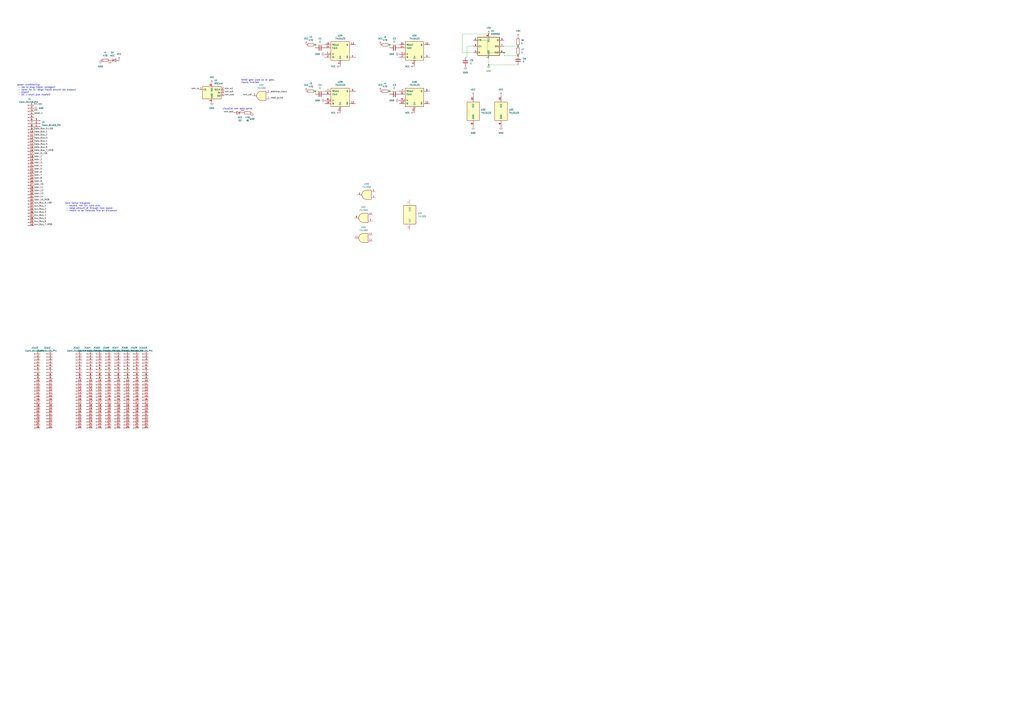
<source format=kicad_sch>
(kicad_sch (version 20230121) (generator eeschema)
  (paper "A1")
  (lib_symbols
    (symbol "74xx:74LS00" (pin_names (offset 1.016))
      (property "Reference" "U" (at 0 1.27 0))
      (property "Value" "74LS00" (at 0 -1.27 0))
      (symbol "74LS00_1_1"
        (arc (start 0 -3.81) (mid 3.7934 0) (end 0 3.81) (stroke (width 0.254)) (fill (type background)))
        (polyline (pts (xy 0 3.81) (xy -3.81 3.81) (xy -3.81 -3.81) (xy 0 -3.81)) (stroke (width 0.254)) (fill (type background)))
        (pin input line (at -7.62 2.54 0) (length 3.81) (name "~") (number "1"))
        (pin input line (at -7.62 -2.54 0) (length 3.81) (name "~") (number "2"))
        (pin output inverted (at 7.62 0 180) (length 3.81) (name "~") (number "3"))
      )
      (symbol "74LS00_1_2"
        (arc (start -3.81 -3.81) (mid -2.589 0) (end -3.81 3.81) (stroke (width 0.254)))
        (arc (start -0.6096 -3.81) (mid 2.1842 -2.5851) (end 3.81 0) (stroke (width 0.254)) (fill (type background)))
        (polyline (pts (xy -3.81 -3.81) (xy -0.635 -3.81)) (stroke (width 0.254)) (fill (type background)))
        (polyline (pts (xy -3.81 3.81) (xy -0.635 3.81)) (stroke (width 0.254)) (fill (type background)))
        (polyline (pts (xy -0.635 3.81) (xy -3.81 3.81) (xy -3.81 3.81) (xy -3.556 3.4036) (xy -3.0226 2.2606) (xy -2.6924 1.0414) (xy -2.6162 -0.254) (xy -2.7686 -1.4986) (xy -3.175 -2.7178) (xy -3.81 -3.81) (xy -3.81 -3.81) (xy -0.635 -3.81)) (stroke (width -25.4)) (fill (type background)))
        (arc (start 3.81 0) (mid 2.1915 2.5936) (end -0.6096 3.81) (stroke (width 0.254)) (fill (type background)))
        (pin input inverted (at -7.62 2.54 0) (length 4.318) (name "~") (number "1"))
        (pin input inverted (at -7.62 -2.54 0) (length 4.318) (name "~") (number "2"))
        (pin output line (at 7.62 0 180) (length 3.81) (name "~") (number "3"))
      )
      (symbol "74LS00_2_1"
        (arc (start 0 -3.81) (mid 3.7934 0) (end 0 3.81) (stroke (width 0.254)) (fill (type background)))
        (polyline (pts (xy 0 3.81) (xy -3.81 3.81) (xy -3.81 -3.81) (xy 0 -3.81)) (stroke (width 0.254)) (fill (type background)))
        (pin input line (at -7.62 2.54 0) (length 3.81) (name "~") (number "4"))
        (pin input line (at -7.62 -2.54 0) (length 3.81) (name "~") (number "5"))
        (pin output inverted (at 7.62 0 180) (length 3.81) (name "~") (number "6"))
      )
      (symbol "74LS00_2_2"
        (arc (start -3.81 -3.81) (mid -2.589 0) (end -3.81 3.81) (stroke (width 0.254)))
        (arc (start -0.6096 -3.81) (mid 2.1842 -2.5851) (end 3.81 0) (stroke (width 0.254)) (fill (type background)))
        (polyline (pts (xy -3.81 -3.81) (xy -0.635 -3.81)) (stroke (width 0.254)) (fill (type background)))
        (polyline (pts (xy -3.81 3.81) (xy -0.635 3.81)) (stroke (width 0.254)) (fill (type background)))
        (polyline (pts (xy -0.635 3.81) (xy -3.81 3.81) (xy -3.81 3.81) (xy -3.556 3.4036) (xy -3.0226 2.2606) (xy -2.6924 1.0414) (xy -2.6162 -0.254) (xy -2.7686 -1.4986) (xy -3.175 -2.7178) (xy -3.81 -3.81) (xy -3.81 -3.81) (xy -0.635 -3.81)) (stroke (width -25.4)) (fill (type background)))
        (arc (start 3.81 0) (mid 2.1915 2.5936) (end -0.6096 3.81) (stroke (width 0.254)) (fill (type background)))
        (pin input inverted (at -7.62 2.54 0) (length 4.318) (name "~") (number "4"))
        (pin input inverted (at -7.62 -2.54 0) (length 4.318) (name "~") (number "5"))
        (pin output line (at 7.62 0 180) (length 3.81) (name "~") (number "6"))
      )
      (symbol "74LS00_3_1"
        (arc (start 0 -3.81) (mid 3.7934 0) (end 0 3.81) (stroke (width 0.254)) (fill (type background)))
        (polyline (pts (xy 0 3.81) (xy -3.81 3.81) (xy -3.81 -3.81) (xy 0 -3.81)) (stroke (width 0.254)) (fill (type background)))
        (pin input line (at -7.62 -2.54 0) (length 3.81) (name "~") (number "10"))
        (pin output inverted (at 7.62 0 180) (length 3.81) (name "~") (number "8"))
        (pin input line (at -7.62 2.54 0) (length 3.81) (name "~") (number "9"))
      )
      (symbol "74LS00_3_2"
        (arc (start -3.81 -3.81) (mid -2.589 0) (end -3.81 3.81) (stroke (width 0.254)))
        (arc (start -0.6096 -3.81) (mid 2.1842 -2.5851) (end 3.81 0) (stroke (width 0.254)) (fill (type background)))
        (polyline (pts (xy -3.81 -3.81) (xy -0.635 -3.81)) (stroke (width 0.254)) (fill (type background)))
        (polyline (pts (xy -3.81 3.81) (xy -0.635 3.81)) (stroke (width 0.254)) (fill (type background)))
        (polyline (pts (xy -0.635 3.81) (xy -3.81 3.81) (xy -3.81 3.81) (xy -3.556 3.4036) (xy -3.0226 2.2606) (xy -2.6924 1.0414) (xy -2.6162 -0.254) (xy -2.7686 -1.4986) (xy -3.175 -2.7178) (xy -3.81 -3.81) (xy -3.81 -3.81) (xy -0.635 -3.81)) (stroke (width -25.4)) (fill (type background)))
        (arc (start 3.81 0) (mid 2.1915 2.5936) (end -0.6096 3.81) (stroke (width 0.254)) (fill (type background)))
        (pin input inverted (at -7.62 -2.54 0) (length 4.318) (name "~") (number "10"))
        (pin output line (at 7.62 0 180) (length 3.81) (name "~") (number "8"))
        (pin input inverted (at -7.62 2.54 0) (length 4.318) (name "~") (number "9"))
      )
      (symbol "74LS00_4_1"
        (arc (start 0 -3.81) (mid 3.7934 0) (end 0 3.81) (stroke (width 0.254)) (fill (type background)))
        (polyline (pts (xy 0 3.81) (xy -3.81 3.81) (xy -3.81 -3.81) (xy 0 -3.81)) (stroke (width 0.254)) (fill (type background)))
        (pin output inverted (at 7.62 0 180) (length 3.81) (name "~") (number "11"))
        (pin input line (at -7.62 2.54 0) (length 3.81) (name "~") (number "12"))
        (pin input line (at -7.62 -2.54 0) (length 3.81) (name "~") (number "13"))
      )
      (symbol "74LS00_4_2"
        (arc (start -3.81 -3.81) (mid -2.589 0) (end -3.81 3.81) (stroke (width 0.254)))
        (arc (start -0.6096 -3.81) (mid 2.1842 -2.5851) (end 3.81 0) (stroke (width 0.254)) (fill (type background)))
        (polyline (pts (xy -3.81 -3.81) (xy -0.635 -3.81)) (stroke (width 0.254)) (fill (type background)))
        (polyline (pts (xy -3.81 3.81) (xy -0.635 3.81)) (stroke (width 0.254)) (fill (type background)))
        (polyline (pts (xy -0.635 3.81) (xy -3.81 3.81) (xy -3.81 3.81) (xy -3.556 3.4036) (xy -3.0226 2.2606) (xy -2.6924 1.0414) (xy -2.6162 -0.254) (xy -2.7686 -1.4986) (xy -3.175 -2.7178) (xy -3.81 -3.81) (xy -3.81 -3.81) (xy -0.635 -3.81)) (stroke (width -25.4)) (fill (type background)))
        (arc (start 3.81 0) (mid 2.1915 2.5936) (end -0.6096 3.81) (stroke (width 0.254)) (fill (type background)))
        (pin output line (at 7.62 0 180) (length 3.81) (name "~") (number "11"))
        (pin input inverted (at -7.62 2.54 0) (length 4.318) (name "~") (number "12"))
        (pin input inverted (at -7.62 -2.54 0) (length 4.318) (name "~") (number "13"))
      )
      (symbol "74LS00_5_0"
        (pin power_in line (at 0 12.7 270) (length 5.08) (name "VCC") (number "14"))
        (pin power_in line (at 0 -12.7 90) (length 5.08) (name "GND") (number "7"))
      )
      (symbol "74LS00_5_1"
        (rectangle (start -5.08 7.62) (end 5.08 -7.62) (stroke (width 0.254)) (fill (type background)))
      )
    )
    (symbol "74xx:74LS123" (pin_names (offset 1.016))
      (property "Reference" "U" (at -7.62 8.89 0))
      (property "Value" "74LS123" (at -7.62 -8.89 0))
      (symbol "74LS123_1_0"
        (pin input inverted (at -12.7 -2.54 0) (length 5.08) (name "A") (number "1"))
        (pin output line (at 12.7 5.08 180) (length 5.08) (name "Q") (number "13"))
        (pin input line (at -12.7 2.54 0) (length 5.08) (name "Cext") (number "14"))
        (pin input line (at -12.7 5.08 0) (length 5.08) (name "RCext") (number "15"))
        (pin input line (at -12.7 -5.08 0) (length 5.08) (name "B") (number "2"))
        (pin input inverted (at 0 -12.7 90) (length 5.08) (name "Clr") (number "3"))
        (pin output line (at 12.7 -5.08 180) (length 5.08) (name "~{Q}") (number "4"))
      )
      (symbol "74LS123_1_1"
        (rectangle (start -7.62 7.62) (end 7.62 -7.62) (stroke (width 0.254)) (fill (type background)))
      )
      (symbol "74LS123_2_0"
        (pin input line (at -12.7 -5.08 0) (length 5.08) (name "B") (number "10"))
        (pin input inverted (at 0 -12.7 90) (length 5.08) (name "Clr") (number "11"))
        (pin output line (at 12.7 -5.08 180) (length 5.08) (name "~{Q}") (number "12"))
        (pin output line (at 12.7 5.08 180) (length 5.08) (name "Q") (number "5"))
        (pin input line (at -12.7 2.54 0) (length 5.08) (name "Cext") (number "6"))
        (pin input line (at -12.7 5.08 0) (length 5.08) (name "RCext") (number "7"))
        (pin input inverted (at -12.7 -2.54 0) (length 5.08) (name "A") (number "9"))
      )
      (symbol "74LS123_2_1"
        (rectangle (start -7.62 7.62) (end 7.62 -7.62) (stroke (width 0.254)) (fill (type background)))
      )
      (symbol "74LS123_3_0"
        (pin power_in line (at 0 12.7 270) (length 5.08) (name "VCC") (number "16"))
        (pin power_in line (at 0 -12.7 90) (length 5.08) (name "GND") (number "8"))
      )
      (symbol "74LS123_3_1"
        (rectangle (start -5.08 7.62) (end 5.08 -7.62) (stroke (width 0.254)) (fill (type background)))
      )
    )
    (symbol "Connector:Conn_01x03_Pin" (pin_names (offset 1.016) hide)
      (property "Reference" "J" (at 0 5.08 0))
      (property "Value" "Conn_01x03_Pin" (at 0 -5.08 0))
      (symbol "Conn_01x03_Pin_1_1"
        (polyline (pts (xy 1.27 -2.54) (xy 0.8636 -2.54)) (stroke (width 0.1524)))
        (polyline (pts (xy 1.27 0) (xy 0.8636 0)) (stroke (width 0.1524)))
        (polyline (pts (xy 1.27 2.54) (xy 0.8636 2.54)) (stroke (width 0.1524)))
        (rectangle (start 0.8636 -2.413) (end 0 -2.667) (stroke (width 0.1524)) (fill (type outline)))
        (rectangle (start 0.8636 0.127) (end 0 -0.127) (stroke (width 0.1524)) (fill (type outline)))
        (rectangle (start 0.8636 2.667) (end 0 2.413) (stroke (width 0.1524)) (fill (type outline)))
        (pin passive line (at 5.08 2.54 180) (length 3.81) (name "Pin_1") (number "1"))
        (pin passive line (at 5.08 0 180) (length 3.81) (name "Pin_2") (number "2"))
        (pin passive line (at 5.08 -2.54 180) (length 3.81) (name "Pin_3") (number "3"))
      )
    )
    (symbol "Connector:Conn_01x25_Pin" (pin_names (offset 1.016) hide)
      (property "Reference" "J" (at 0 33.02 0))
      (property "Value" "Conn_01x25_Pin" (at 0 -33.02 0))
      (symbol "Conn_01x25_Pin_1_1"
        (polyline (pts (xy 1.27 -30.48) (xy 0.8636 -30.48)) (stroke (width 0.1524)))
        (polyline (pts (xy 1.27 -27.94) (xy 0.8636 -27.94)) (stroke (width 0.1524)))
        (polyline (pts (xy 1.27 -25.4) (xy 0.8636 -25.4)) (stroke (width 0.1524)))
        (polyline (pts (xy 1.27 -22.86) (xy 0.8636 -22.86)) (stroke (width 0.1524)))
        (polyline (pts (xy 1.27 -20.32) (xy 0.8636 -20.32)) (stroke (width 0.1524)))
        (polyline (pts (xy 1.27 -17.78) (xy 0.8636 -17.78)) (stroke (width 0.1524)))
        (polyline (pts (xy 1.27 -15.24) (xy 0.8636 -15.24)) (stroke (width 0.1524)))
        (polyline (pts (xy 1.27 -12.7) (xy 0.8636 -12.7)) (stroke (width 0.1524)))
        (polyline (pts (xy 1.27 -10.16) (xy 0.8636 -10.16)) (stroke (width 0.1524)))
        (polyline (pts (xy 1.27 -7.62) (xy 0.8636 -7.62)) (stroke (width 0.1524)))
        (polyline (pts (xy 1.27 -5.08) (xy 0.8636 -5.08)) (stroke (width 0.1524)))
        (polyline (pts (xy 1.27 -2.54) (xy 0.8636 -2.54)) (stroke (width 0.1524)))
        (polyline (pts (xy 1.27 0) (xy 0.8636 0)) (stroke (width 0.1524)))
        (polyline (pts (xy 1.27 2.54) (xy 0.8636 2.54)) (stroke (width 0.1524)))
        (polyline (pts (xy 1.27 5.08) (xy 0.8636 5.08)) (stroke (width 0.1524)))
        (polyline (pts (xy 1.27 7.62) (xy 0.8636 7.62)) (stroke (width 0.1524)))
        (polyline (pts (xy 1.27 10.16) (xy 0.8636 10.16)) (stroke (width 0.1524)))
        (polyline (pts (xy 1.27 12.7) (xy 0.8636 12.7)) (stroke (width 0.1524)))
        (polyline (pts (xy 1.27 15.24) (xy 0.8636 15.24)) (stroke (width 0.1524)))
        (polyline (pts (xy 1.27 17.78) (xy 0.8636 17.78)) (stroke (width 0.1524)))
        (polyline (pts (xy 1.27 20.32) (xy 0.8636 20.32)) (stroke (width 0.1524)))
        (polyline (pts (xy 1.27 22.86) (xy 0.8636 22.86)) (stroke (width 0.1524)))
        (polyline (pts (xy 1.27 25.4) (xy 0.8636 25.4)) (stroke (width 0.1524)))
        (polyline (pts (xy 1.27 27.94) (xy 0.8636 27.94)) (stroke (width 0.1524)))
        (polyline (pts (xy 1.27 30.48) (xy 0.8636 30.48)) (stroke (width 0.1524)))
        (rectangle (start 0.8636 -30.353) (end 0 -30.607) (stroke (width 0.1524)) (fill (type outline)))
        (rectangle (start 0.8636 -27.813) (end 0 -28.067) (stroke (width 0.1524)) (fill (type outline)))
        (rectangle (start 0.8636 -25.273) (end 0 -25.527) (stroke (width 0.1524)) (fill (type outline)))
        (rectangle (start 0.8636 -22.733) (end 0 -22.987) (stroke (width 0.1524)) (fill (type outline)))
        (rectangle (start 0.8636 -20.193) (end 0 -20.447) (stroke (width 0.1524)) (fill (type outline)))
        (rectangle (start 0.8636 -17.653) (end 0 -17.907) (stroke (width 0.1524)) (fill (type outline)))
        (rectangle (start 0.8636 -15.113) (end 0 -15.367) (stroke (width 0.1524)) (fill (type outline)))
        (rectangle (start 0.8636 -12.573) (end 0 -12.827) (stroke (width 0.1524)) (fill (type outline)))
        (rectangle (start 0.8636 -10.033) (end 0 -10.287) (stroke (width 0.1524)) (fill (type outline)))
        (rectangle (start 0.8636 -7.493) (end 0 -7.747) (stroke (width 0.1524)) (fill (type outline)))
        (rectangle (start 0.8636 -4.953) (end 0 -5.207) (stroke (width 0.1524)) (fill (type outline)))
        (rectangle (start 0.8636 -2.413) (end 0 -2.667) (stroke (width 0.1524)) (fill (type outline)))
        (rectangle (start 0.8636 0.127) (end 0 -0.127) (stroke (width 0.1524)) (fill (type outline)))
        (rectangle (start 0.8636 2.667) (end 0 2.413) (stroke (width 0.1524)) (fill (type outline)))
        (rectangle (start 0.8636 5.207) (end 0 4.953) (stroke (width 0.1524)) (fill (type outline)))
        (rectangle (start 0.8636 7.747) (end 0 7.493) (stroke (width 0.1524)) (fill (type outline)))
        (rectangle (start 0.8636 10.287) (end 0 10.033) (stroke (width 0.1524)) (fill (type outline)))
        (rectangle (start 0.8636 12.827) (end 0 12.573) (stroke (width 0.1524)) (fill (type outline)))
        (rectangle (start 0.8636 15.367) (end 0 15.113) (stroke (width 0.1524)) (fill (type outline)))
        (rectangle (start 0.8636 17.907) (end 0 17.653) (stroke (width 0.1524)) (fill (type outline)))
        (rectangle (start 0.8636 20.447) (end 0 20.193) (stroke (width 0.1524)) (fill (type outline)))
        (rectangle (start 0.8636 22.987) (end 0 22.733) (stroke (width 0.1524)) (fill (type outline)))
        (rectangle (start 0.8636 25.527) (end 0 25.273) (stroke (width 0.1524)) (fill (type outline)))
        (rectangle (start 0.8636 28.067) (end 0 27.813) (stroke (width 0.1524)) (fill (type outline)))
        (rectangle (start 0.8636 30.607) (end 0 30.353) (stroke (width 0.1524)) (fill (type outline)))
        (pin passive line (at 5.08 30.48 180) (length 3.81) (name "Pin_1") (number "1"))
        (pin passive line (at 5.08 7.62 180) (length 3.81) (name "Pin_10") (number "10"))
        (pin passive line (at 5.08 5.08 180) (length 3.81) (name "Pin_11") (number "11"))
        (pin passive line (at 5.08 2.54 180) (length 3.81) (name "Pin_12") (number "12"))
        (pin passive line (at 5.08 0 180) (length 3.81) (name "Pin_13") (number "13"))
        (pin passive line (at 5.08 -2.54 180) (length 3.81) (name "Pin_14") (number "14"))
        (pin passive line (at 5.08 -5.08 180) (length 3.81) (name "Pin_15") (number "15"))
        (pin passive line (at 5.08 -7.62 180) (length 3.81) (name "Pin_16") (number "16"))
        (pin passive line (at 5.08 -10.16 180) (length 3.81) (name "Pin_17") (number "17"))
        (pin passive line (at 5.08 -12.7 180) (length 3.81) (name "Pin_18") (number "18"))
        (pin passive line (at 5.08 -15.24 180) (length 3.81) (name "Pin_19") (number "19"))
        (pin passive line (at 5.08 27.94 180) (length 3.81) (name "Pin_2") (number "2"))
        (pin passive line (at 5.08 -17.78 180) (length 3.81) (name "Pin_20") (number "20"))
        (pin passive line (at 5.08 -20.32 180) (length 3.81) (name "Pin_21") (number "21"))
        (pin passive line (at 5.08 -22.86 180) (length 3.81) (name "Pin_22") (number "22"))
        (pin passive line (at 5.08 -25.4 180) (length 3.81) (name "Pin_23") (number "23"))
        (pin passive line (at 5.08 -27.94 180) (length 3.81) (name "Pin_24") (number "24"))
        (pin passive line (at 5.08 -30.48 180) (length 3.81) (name "Pin_25") (number "25"))
        (pin passive line (at 5.08 25.4 180) (length 3.81) (name "Pin_3") (number "3"))
        (pin passive line (at 5.08 22.86 180) (length 3.81) (name "Pin_4") (number "4"))
        (pin passive line (at 5.08 20.32 180) (length 3.81) (name "Pin_5") (number "5"))
        (pin passive line (at 5.08 17.78 180) (length 3.81) (name "Pin_6") (number "6"))
        (pin passive line (at 5.08 15.24 180) (length 3.81) (name "Pin_7") (number "7"))
        (pin passive line (at 5.08 12.7 180) (length 3.81) (name "Pin_8") (number "8"))
        (pin passive line (at 5.08 10.16 180) (length 3.81) (name "Pin_9") (number "9"))
      )
    )
    (symbol "Connector:Conn_01x40_Pin" (pin_names (offset 1.016) hide)
      (property "Reference" "J" (at 0 50.8 0))
      (property "Value" "Conn_01x40_Pin" (at 0 -53.34 0))
      (symbol "Conn_01x40_Pin_1_1"
        (polyline (pts (xy 1.27 -50.8) (xy 0.8636 -50.8)) (stroke (width 0.1524)))
        (polyline (pts (xy 1.27 -48.26) (xy 0.8636 -48.26)) (stroke (width 0.1524)))
        (polyline (pts (xy 1.27 -45.72) (xy 0.8636 -45.72)) (stroke (width 0.1524)))
        (polyline (pts (xy 1.27 -43.18) (xy 0.8636 -43.18)) (stroke (width 0.1524)))
        (polyline (pts (xy 1.27 -40.64) (xy 0.8636 -40.64)) (stroke (width 0.1524)))
        (polyline (pts (xy 1.27 -38.1) (xy 0.8636 -38.1)) (stroke (width 0.1524)))
        (polyline (pts (xy 1.27 -35.56) (xy 0.8636 -35.56)) (stroke (width 0.1524)))
        (polyline (pts (xy 1.27 -33.02) (xy 0.8636 -33.02)) (stroke (width 0.1524)))
        (polyline (pts (xy 1.27 -30.48) (xy 0.8636 -30.48)) (stroke (width 0.1524)))
        (polyline (pts (xy 1.27 -27.94) (xy 0.8636 -27.94)) (stroke (width 0.1524)))
        (polyline (pts (xy 1.27 -25.4) (xy 0.8636 -25.4)) (stroke (width 0.1524)))
        (polyline (pts (xy 1.27 -22.86) (xy 0.8636 -22.86)) (stroke (width 0.1524)))
        (polyline (pts (xy 1.27 -20.32) (xy 0.8636 -20.32)) (stroke (width 0.1524)))
        (polyline (pts (xy 1.27 -17.78) (xy 0.8636 -17.78)) (stroke (width 0.1524)))
        (polyline (pts (xy 1.27 -15.24) (xy 0.8636 -15.24)) (stroke (width 0.1524)))
        (polyline (pts (xy 1.27 -12.7) (xy 0.8636 -12.7)) (stroke (width 0.1524)))
        (polyline (pts (xy 1.27 -10.16) (xy 0.8636 -10.16)) (stroke (width 0.1524)))
        (polyline (pts (xy 1.27 -7.62) (xy 0.8636 -7.62)) (stroke (width 0.1524)))
        (polyline (pts (xy 1.27 -5.08) (xy 0.8636 -5.08)) (stroke (width 0.1524)))
        (polyline (pts (xy 1.27 -2.54) (xy 0.8636 -2.54)) (stroke (width 0.1524)))
        (polyline (pts (xy 1.27 0) (xy 0.8636 0)) (stroke (width 0.1524)))
        (polyline (pts (xy 1.27 2.54) (xy 0.8636 2.54)) (stroke (width 0.1524)))
        (polyline (pts (xy 1.27 5.08) (xy 0.8636 5.08)) (stroke (width 0.1524)))
        (polyline (pts (xy 1.27 7.62) (xy 0.8636 7.62)) (stroke (width 0.1524)))
        (polyline (pts (xy 1.27 10.16) (xy 0.8636 10.16)) (stroke (width 0.1524)))
        (polyline (pts (xy 1.27 12.7) (xy 0.8636 12.7)) (stroke (width 0.1524)))
        (polyline (pts (xy 1.27 15.24) (xy 0.8636 15.24)) (stroke (width 0.1524)))
        (polyline (pts (xy 1.27 17.78) (xy 0.8636 17.78)) (stroke (width 0.1524)))
        (polyline (pts (xy 1.27 20.32) (xy 0.8636 20.32)) (stroke (width 0.1524)))
        (polyline (pts (xy 1.27 22.86) (xy 0.8636 22.86)) (stroke (width 0.1524)))
        (polyline (pts (xy 1.27 25.4) (xy 0.8636 25.4)) (stroke (width 0.1524)))
        (polyline (pts (xy 1.27 27.94) (xy 0.8636 27.94)) (stroke (width 0.1524)))
        (polyline (pts (xy 1.27 30.48) (xy 0.8636 30.48)) (stroke (width 0.1524)))
        (polyline (pts (xy 1.27 33.02) (xy 0.8636 33.02)) (stroke (width 0.1524)))
        (polyline (pts (xy 1.27 35.56) (xy 0.8636 35.56)) (stroke (width 0.1524)))
        (polyline (pts (xy 1.27 38.1) (xy 0.8636 38.1)) (stroke (width 0.1524)))
        (polyline (pts (xy 1.27 40.64) (xy 0.8636 40.64)) (stroke (width 0.1524)))
        (polyline (pts (xy 1.27 43.18) (xy 0.8636 43.18)) (stroke (width 0.1524)))
        (polyline (pts (xy 1.27 45.72) (xy 0.8636 45.72)) (stroke (width 0.1524)))
        (polyline (pts (xy 1.27 48.26) (xy 0.8636 48.26)) (stroke (width 0.1524)))
        (rectangle (start 0.8636 -50.673) (end 0 -50.927) (stroke (width 0.1524)) (fill (type outline)))
        (rectangle (start 0.8636 -48.133) (end 0 -48.387) (stroke (width 0.1524)) (fill (type outline)))
        (rectangle (start 0.8636 -45.593) (end 0 -45.847) (stroke (width 0.1524)) (fill (type outline)))
        (rectangle (start 0.8636 -43.053) (end 0 -43.307) (stroke (width 0.1524)) (fill (type outline)))
        (rectangle (start 0.8636 -40.513) (end 0 -40.767) (stroke (width 0.1524)) (fill (type outline)))
        (rectangle (start 0.8636 -37.973) (end 0 -38.227) (stroke (width 0.1524)) (fill (type outline)))
        (rectangle (start 0.8636 -35.433) (end 0 -35.687) (stroke (width 0.1524)) (fill (type outline)))
        (rectangle (start 0.8636 -32.893) (end 0 -33.147) (stroke (width 0.1524)) (fill (type outline)))
        (rectangle (start 0.8636 -30.353) (end 0 -30.607) (stroke (width 0.1524)) (fill (type outline)))
        (rectangle (start 0.8636 -27.813) (end 0 -28.067) (stroke (width 0.1524)) (fill (type outline)))
        (rectangle (start 0.8636 -25.273) (end 0 -25.527) (stroke (width 0.1524)) (fill (type outline)))
        (rectangle (start 0.8636 -22.733) (end 0 -22.987) (stroke (width 0.1524)) (fill (type outline)))
        (rectangle (start 0.8636 -20.193) (end 0 -20.447) (stroke (width 0.1524)) (fill (type outline)))
        (rectangle (start 0.8636 -17.653) (end 0 -17.907) (stroke (width 0.1524)) (fill (type outline)))
        (rectangle (start 0.8636 -15.113) (end 0 -15.367) (stroke (width 0.1524)) (fill (type outline)))
        (rectangle (start 0.8636 -12.573) (end 0 -12.827) (stroke (width 0.1524)) (fill (type outline)))
        (rectangle (start 0.8636 -10.033) (end 0 -10.287) (stroke (width 0.1524)) (fill (type outline)))
        (rectangle (start 0.8636 -7.493) (end 0 -7.747) (stroke (width 0.1524)) (fill (type outline)))
        (rectangle (start 0.8636 -4.953) (end 0 -5.207) (stroke (width 0.1524)) (fill (type outline)))
        (rectangle (start 0.8636 -2.413) (end 0 -2.667) (stroke (width 0.1524)) (fill (type outline)))
        (rectangle (start 0.8636 0.127) (end 0 -0.127) (stroke (width 0.1524)) (fill (type outline)))
        (rectangle (start 0.8636 2.667) (end 0 2.413) (stroke (width 0.1524)) (fill (type outline)))
        (rectangle (start 0.8636 5.207) (end 0 4.953) (stroke (width 0.1524)) (fill (type outline)))
        (rectangle (start 0.8636 7.747) (end 0 7.493) (stroke (width 0.1524)) (fill (type outline)))
        (rectangle (start 0.8636 10.287) (end 0 10.033) (stroke (width 0.1524)) (fill (type outline)))
        (rectangle (start 0.8636 12.827) (end 0 12.573) (stroke (width 0.1524)) (fill (type outline)))
        (rectangle (start 0.8636 15.367) (end 0 15.113) (stroke (width 0.1524)) (fill (type outline)))
        (rectangle (start 0.8636 17.907) (end 0 17.653) (stroke (width 0.1524)) (fill (type outline)))
        (rectangle (start 0.8636 20.447) (end 0 20.193) (stroke (width 0.1524)) (fill (type outline)))
        (rectangle (start 0.8636 22.987) (end 0 22.733) (stroke (width 0.1524)) (fill (type outline)))
        (rectangle (start 0.8636 25.527) (end 0 25.273) (stroke (width 0.1524)) (fill (type outline)))
        (rectangle (start 0.8636 28.067) (end 0 27.813) (stroke (width 0.1524)) (fill (type outline)))
        (rectangle (start 0.8636 30.607) (end 0 30.353) (stroke (width 0.1524)) (fill (type outline)))
        (rectangle (start 0.8636 33.147) (end 0 32.893) (stroke (width 0.1524)) (fill (type outline)))
        (rectangle (start 0.8636 35.687) (end 0 35.433) (stroke (width 0.1524)) (fill (type outline)))
        (rectangle (start 0.8636 38.227) (end 0 37.973) (stroke (width 0.1524)) (fill (type outline)))
        (rectangle (start 0.8636 40.767) (end 0 40.513) (stroke (width 0.1524)) (fill (type outline)))
        (rectangle (start 0.8636 43.307) (end 0 43.053) (stroke (width 0.1524)) (fill (type outline)))
        (rectangle (start 0.8636 45.847) (end 0 45.593) (stroke (width 0.1524)) (fill (type outline)))
        (rectangle (start 0.8636 48.387) (end 0 48.133) (stroke (width 0.1524)) (fill (type outline)))
        (pin passive line (at 5.08 48.26 180) (length 3.81) (name "Pin_1") (number "1"))
        (pin passive line (at 5.08 25.4 180) (length 3.81) (name "Pin_10") (number "10"))
        (pin passive line (at 5.08 22.86 180) (length 3.81) (name "Pin_11") (number "11"))
        (pin passive line (at 5.08 20.32 180) (length 3.81) (name "Pin_12") (number "12"))
        (pin passive line (at 5.08 17.78 180) (length 3.81) (name "Pin_13") (number "13"))
        (pin passive line (at 5.08 15.24 180) (length 3.81) (name "Pin_14") (number "14"))
        (pin passive line (at 5.08 12.7 180) (length 3.81) (name "Pin_15") (number "15"))
        (pin passive line (at 5.08 10.16 180) (length 3.81) (name "Pin_16") (number "16"))
        (pin passive line (at 5.08 7.62 180) (length 3.81) (name "Pin_17") (number "17"))
        (pin passive line (at 5.08 5.08 180) (length 3.81) (name "Pin_18") (number "18"))
        (pin passive line (at 5.08 2.54 180) (length 3.81) (name "Pin_19") (number "19"))
        (pin passive line (at 5.08 45.72 180) (length 3.81) (name "Pin_2") (number "2"))
        (pin passive line (at 5.08 0 180) (length 3.81) (name "Pin_20") (number "20"))
        (pin passive line (at 5.08 -2.54 180) (length 3.81) (name "Pin_21") (number "21"))
        (pin passive line (at 5.08 -5.08 180) (length 3.81) (name "Pin_22") (number "22"))
        (pin passive line (at 5.08 -7.62 180) (length 3.81) (name "Pin_23") (number "23"))
        (pin passive line (at 5.08 -10.16 180) (length 3.81) (name "Pin_24") (number "24"))
        (pin passive line (at 5.08 -12.7 180) (length 3.81) (name "Pin_25") (number "25"))
        (pin passive line (at 5.08 -15.24 180) (length 3.81) (name "Pin_26") (number "26"))
        (pin passive line (at 5.08 -17.78 180) (length 3.81) (name "Pin_27") (number "27"))
        (pin passive line (at 5.08 -20.32 180) (length 3.81) (name "Pin_28") (number "28"))
        (pin passive line (at 5.08 -22.86 180) (length 3.81) (name "Pin_29") (number "29"))
        (pin passive line (at 5.08 43.18 180) (length 3.81) (name "Pin_3") (number "3"))
        (pin passive line (at 5.08 -25.4 180) (length 3.81) (name "Pin_30") (number "30"))
        (pin passive line (at 5.08 -27.94 180) (length 3.81) (name "Pin_31") (number "31"))
        (pin passive line (at 5.08 -30.48 180) (length 3.81) (name "Pin_32") (number "32"))
        (pin passive line (at 5.08 -33.02 180) (length 3.81) (name "Pin_33") (number "33"))
        (pin passive line (at 5.08 -35.56 180) (length 3.81) (name "Pin_34") (number "34"))
        (pin passive line (at 5.08 -38.1 180) (length 3.81) (name "Pin_35") (number "35"))
        (pin passive line (at 5.08 -40.64 180) (length 3.81) (name "Pin_36") (number "36"))
        (pin passive line (at 5.08 -43.18 180) (length 3.81) (name "Pin_37") (number "37"))
        (pin passive line (at 5.08 -45.72 180) (length 3.81) (name "Pin_38") (number "38"))
        (pin passive line (at 5.08 -48.26 180) (length 3.81) (name "Pin_39") (number "39"))
        (pin passive line (at 5.08 40.64 180) (length 3.81) (name "Pin_4") (number "4"))
        (pin passive line (at 5.08 -50.8 180) (length 3.81) (name "Pin_40") (number "40"))
        (pin passive line (at 5.08 38.1 180) (length 3.81) (name "Pin_5") (number "5"))
        (pin passive line (at 5.08 35.56 180) (length 3.81) (name "Pin_6") (number "6"))
        (pin passive line (at 5.08 33.02 180) (length 3.81) (name "Pin_7") (number "7"))
        (pin passive line (at 5.08 30.48 180) (length 3.81) (name "Pin_8") (number "8"))
        (pin passive line (at 5.08 27.94 180) (length 3.81) (name "Pin_9") (number "9"))
      )
    )
    (symbol "Device:C" (pin_numbers hide) (pin_names (offset 0.254))
      (property "Reference" "C" (at 0.635 2.54 0))
      (property "Value" "C" (at 0.635 -2.54 0))
      (symbol "C_0_1"
        (polyline (pts (xy -2.032 -0.762) (xy 2.032 -0.762)) (stroke (width 0.508)))
        (polyline (pts (xy -2.032 0.762) (xy 2.032 0.762)) (stroke (width 0.508)))
      )
      (symbol "C_1_1"
        (pin passive line (at 0 3.81 270) (length 2.794) (name "~") (number "1"))
        (pin passive line (at 0 -3.81 90) (length 2.794) (name "~") (number "2"))
      )
    )
    (symbol "Device:LED" (pin_numbers hide) (pin_names (offset 1.016) hide)
      (property "Reference" "D" (at 0 2.54 0))
      (property "Value" "LED" (at 0 -2.54 0))
      (symbol "LED_0_1"
        (polyline (pts (xy -1.27 -1.27) (xy -1.27 1.27)) (stroke (width 0.254)))
        (polyline (pts (xy -1.27 0) (xy 1.27 0)))
        (polyline (pts (xy 1.27 -1.27) (xy 1.27 1.27) (xy -1.27 0) (xy 1.27 -1.27)) (stroke (width 0.254)))
        (polyline (pts (xy -3.048 -0.762) (xy -4.572 -2.286) (xy -3.81 -2.286) (xy -4.572 -2.286) (xy -4.572 -1.524)))
        (polyline (pts (xy -1.778 -0.762) (xy -3.302 -2.286) (xy -2.54 -2.286) (xy -3.302 -2.286) (xy -3.302 -1.524)))
      )
      (symbol "LED_1_1"
        (pin passive line (at -3.81 0 0) (length 2.54) (name "K") (number "1"))
        (pin passive line (at 3.81 0 180) (length 2.54) (name "A") (number "2"))
      )
    )
    (symbol "Device:R" (pin_numbers hide) (pin_names (offset 0))
      (property "Reference" "R" (at 2.032 0 90))
      (property "Value" "R" (at 0 0 90))
      (symbol "R_0_1"
        (rectangle (start -1.016 -2.54) (end 1.016 2.54) (stroke (width 0.254)))
      )
      (symbol "R_1_1"
        (pin passive line (at 0 3.81 270) (length 1.27) (name "~") (number "1"))
        (pin passive line (at 0 -3.81 90) (length 1.27) (name "~") (number "2"))
      )
    )
    (symbol "Memory_EEPROM:93CxxA"
      (property "Reference" "U" (at -7.62 6.35 0))
      (property "Value" "93CxxA" (at 2.54 -6.35 0))
      (symbol "93CxxA_1_1"
        (rectangle (start -7.62 5.08) (end 7.62 -5.08) (stroke (width 0.254)) (fill (type background)))
        (pin input line (at -10.16 2.54 0) (length 2.54) (name "CS") (number "1"))
        (pin input line (at 10.16 2.54 180) (length 2.54) (name "SCLK") (number "2"))
        (pin input line (at 10.16 0 180) (length 2.54) (name "DI") (number "3"))
        (pin tri_state line (at 10.16 -2.54 180) (length 2.54) (name "DO") (number "4"))
        (pin power_in line (at 0 -7.62 90) (length 2.54) (name "GND") (number "5"))
        (pin no_connect line (at -7.62 0 0) (length 2.54) hide (name "NC") (number "6"))
        (pin no_connect line (at -7.62 -2.54 0) (length 2.54) hide (name "NC") (number "7"))
        (pin power_in line (at 0 7.62 270) (length 2.54) (name "VCC") (number "8"))
      )
    )
    (symbol "Timer:NA555D"
      (property "Reference" "U" (at -10.16 8.89 0))
      (property "Value" "NA555D" (at 2.54 8.89 0))
      (symbol "NA555D_0_0"
        (pin power_in line (at 0 -10.16 90) (length 2.54) (name "GND") (number "1"))
        (pin power_in line (at 0 10.16 270) (length 2.54) (name "VCC") (number "8"))
      )
      (symbol "NA555D_0_1"
        (rectangle (start -8.89 -7.62) (end 8.89 7.62) (stroke (width 0.254)) (fill (type background)))
        (rectangle (start -8.89 -7.62) (end 8.89 7.62) (stroke (width 0.254)) (fill (type background)))
      )
      (symbol "NA555D_1_1"
        (pin input line (at -12.7 5.08 0) (length 3.81) (name "TR") (number "2"))
        (pin output line (at 12.7 5.08 180) (length 3.81) (name "Q") (number "3"))
        (pin input inverted (at -12.7 -5.08 0) (length 3.81) (name "R") (number "4"))
        (pin input line (at -12.7 0 0) (length 3.81) (name "CV") (number "5"))
        (pin input line (at 12.7 -5.08 180) (length 3.81) (name "THR") (number "6"))
        (pin input line (at 12.7 0 180) (length 3.81) (name "DIS") (number "7"))
      )
    )
    (symbol "power:+5V" (power) (pin_names (offset 0))
      (property "Value" "+5V" (at 0 3.556 0))
      (symbol "+5V_0_1"
        (polyline (pts (xy -0.762 1.27) (xy 0 2.54)))
        (polyline (pts (xy 0 0) (xy 0 2.54)))
        (polyline (pts (xy 0 2.54) (xy 0.762 1.27)))
      )
      (symbol "+5V_1_1"
        (pin power_in line (at 0 0 90) (length 0) hide (name "+5V") (number "1"))
      )
    )
    (symbol "power:GND" (power) (pin_names (offset 0))
      (property "Value" "GND" (at 0 -3.81 0))
      (symbol "GND_0_1"
        (polyline (pts (xy 0 0) (xy 0 -1.27) (xy 1.27 -1.27) (xy 0 -2.54) (xy -1.27 -1.27) (xy 0 -1.27)))
      )
      (symbol "GND_1_1"
        (pin power_in line (at 0 0 270) (length 0) hide (name "GND") (number "1"))
      )
    )
    (symbol "power:VCC" (power) (pin_names (offset 0))
      (property "Value" "VCC" (at 0 3.81 0))
      (symbol "VCC_0_1"
        (polyline (pts (xy -0.762 1.27) (xy 0 2.54)))
        (polyline (pts (xy 0 0) (xy 0 2.54)))
        (polyline (pts (xy 0 2.54) (xy 0.762 1.27)))
      )
      (symbol "VCC_1_1"
        (pin power_in line (at 0 0 90) (length 0) hide (name "VCC") (number "1"))
      )
    )
  )
  (junction (at 259.08 36.83))
  (junction (at 425.45 45.72))
  (junction (at 401.32 53.34))
  (junction (at 259.08 74.93))
  (junction (at 401.32 27.94))
  (junction (at 414.02 43.18))
  (junction (at 320.04 36.83))
  (junction (at 425.45 38.1))
  (junction (at 320.04 74.93))
  (wire (pts (xy 259.08 36.83) (xy 259.08 39.37)))
  (wire (pts (xy 379.73 27.94) (xy 379.73 43.18)))
  (wire (pts (xy 388.62 38.1) (xy 383.54 38.1)))
  (wire (pts (xy 383.54 46.99) (xy 382.27 46.99)))
  (wire (pts (xy 414.02 43.18) (xy 400.05 43.18)))
  (wire (pts (xy 320.04 36.83) (xy 327.66 36.83)))
  (wire (pts (xy 414.02 45.72) (xy 425.45 45.72)))
  (wire (pts (xy 259.08 36.83) (xy 266.7 36.83)))
  (wire (pts (xy 414.02 43.18) (xy 414.02 45.72)))
  (wire (pts (xy 259.08 74.93) (xy 259.08 77.47)))
  (wire (pts (xy 401.32 27.94) (xy 379.73 27.94)))
  (wire (pts (xy 414.02 38.1) (xy 425.45 38.1)))
  (wire (pts (xy 400.05 43.18) (xy 400.05 33.02)))
  (wire (pts (xy 400.05 33.02) (xy 388.62 33.02)))
  (wire (pts (xy 320.04 36.83) (xy 320.04 39.37)))
  (wire (pts (xy 425.45 53.34) (xy 401.32 53.34)))
  (wire (pts (xy 383.54 38.1) (xy 383.54 46.99)))
  (wire (pts (xy 401.32 53.34) (xy 401.32 48.26)))
  (wire (pts (xy 320.04 74.93) (xy 327.66 74.93)))
  (wire (pts (xy 320.04 74.93) (xy 320.04 77.47)))
  (wire (pts (xy 259.08 74.93) (xy 266.7 74.93)))
  (wire (pts (xy 379.73 43.18) (xy 388.62 43.18)))
  (text "form factor thoughts:\n - square, not full card size.\n - large amount of through hole space\n - meant to be installed into an enclosure" (at 53.34 173.99 0) (effects (font (size 1.27 1.27)) (justify left bottom)))
  (text "power conditioning:\n - ldo to drop higher voltages?\n - zener for 5v range inputs around ldo dropout\n - diode?\n - OC / short prot mosfet?" (at 13.97 78.74 0) (effects (font (size 1.27 1.27)) (justify left bottom)))
  (text "visualize rom data serial" (at 182.88 90.17 0) (effects (font (size 1.27 1.27)) (justify left bottom)))
  (text "NAND gate used as or gate. \ninputs inverted." (at 198.12 68.58 0) (effects (font (size 1.27 1.27)) (justify left bottom)))
  (label "Addr_1" (at 27.94 129.54 0))
  (label "Addr_4" (at 27.94 137.16 0))
  (label "Data_Bus_6" (at 27.94 121.92 0))
  (label "rom_sdo" (at 184.15 78.74 0))
  (label "Data_Bus_0_LSB" (at 27.94 106.68 0))
  (label "Addr_8" (at 27.94 147.32 0))
  (label "Aux_Bus_5" (at 27.94 180.34 0))
  (label "Addr_5" (at 27.94 139.7 0))
  (label "Addr_9" (at 27.94 149.86 0))
  (label "Data_Bus_7_MSB" (at 27.94 124.46 0))
  (label "Aux_Bus_2" (at 27.94 172.72 0))
  (label "Data_Bus_1" (at 27.94 109.22 0))
  (label "Addr_2" (at 27.94 132.08 0))
  (label "Aux_Bus_6" (at 27.94 182.88 0))
  (label "Data_Bus_2" (at 27.94 111.76 0))
  (label "clk" (at 27.94 91.44 0))
  (label "Addr_11" (at 27.94 154.94 0))
  (label "Addr_10" (at 27.94 152.4 0))
  (label "Aux_Bus_1" (at 27.94 170.18 0))
  (label "Data_Bus_5" (at 27.94 119.38 0))
  (label "Aux_Bus_4" (at 27.94 177.8 0))
  (label "rom_scl" (at 184.15 73.66 0))
  (label "Addr_14" (at 27.94 162.56 0))
  (label "rom_sdi" (at 184.15 76.2 0))
  (label "Data_Bus_4" (at 27.94 116.84 0))
  (label "Addr_6" (at 27.94 142.24 0))
  (label "Aux_Bus_7_MSB" (at 27.94 185.42 0))
  (label "read_pulse" (at 222.25 81.28 0))
  (label "rom_sdo" (at 191.77 92.71 180))
  (label "address_input" (at 222.25 76.2 0))
  (label "Addr_0_LSB" (at 27.94 127 0))
  (label "Aux_Bus_0_LSB" (at 27.94 167.64 0))
  (label "Aux_Bus_3" (at 27.94 175.26 0))
  (label "rom_sdi" (at 207.01 78.74 180))
  (label "Addr_3" (at 27.94 134.62 0))
  (label "Addr_12" (at 27.94 157.48 0))
  (label "Addr_7" (at 27.94 144.78 0))
  (label "reset_n" (at 27.94 93.98 0))
  (label "Addr_15_MSB" (at 27.94 165.1 0))
  (label "Addr_13" (at 27.94 160.02 0))
  (label "rom_cs" (at 163.83 73.66 180))
  (label "Data_Bus_3" (at 27.94 114.3 0))
  (label "5V_raw" (at 27.94 86.36 0))
  (symbol (lib_id "Device:C") (at 425.45 49.53 0) (unit 1)
    (property "Reference" "C6" (at 429.26 48.26 0) (effects (justify left)))
    (property "Value" "C" (at 429.26 50.8 0) (effects (justify left)))
    (property "Footprint" "Capacitor_SMD:C_1206_3216Metric" (effects hide))
  )
  (symbol (lib_id "Connector:Conn_01x25_Pin") (at 116.84 321.31 0) (unit 1)
    (property "Reference" "JCol10" (at 117.475 285.75 0))
    (property "Value" "Conn_01x25_Pin" (at 117.475 288.29 0))
    (property "Footprint" "Connector_PinHeader_2.54mm:PinHeader_1x25_P2.54mm_Vertical" (effects hide))
  )
  (symbol (lib_id "74xx:74LS123") (at 411.48 91.44 0) (unit 3)
    (property "Reference" "U2" (at 417.83 90.17 0) (effects (justify left)))
    (property "Value" "74LS123" (at 417.83 92.71 0) (effects (justify left)))
    (property "Footprint" "Package_DIP:DIP-16_W7.62mm" (effects hide))
    (property "Datasheet" "http://www.ti.com/lit/gpn/sn74LS123" (effects hide))
  )
  (symbol (lib_id "74xx:74LS00") (at 214.63 78.74 180) (unit 1)
    (property "Reference" "U5" (at 214.6383 69.85 0))
    (property "Value" "74LS00" (at 214.6383 72.39 0))
    (property "Datasheet" "http://www.ti.com/lit/gpn/sn74ls00" (effects hide))
  )
  (symbol (lib_id "power:GND") (at 82.55 49.53 0) (unit 1)
    (property "Reference" "#PWR08" (effects hide))
    (property "Value" "GND" (at 82.55 54.61 0))
  )
  (symbol (lib_id "Device:LED") (at 195.58 92.71 180) (unit 1)
    (property "Reference" "D2" (at 197.1675 99.06 0))
    (property "Value" "VCC" (at 197.1675 96.52 0))
    (property "Footprint" "LED_SMD:LED_0603_1608Metric_Pad1.05x0.95mm_HandSolder" (effects hide))
  )
  (symbol (lib_id "Connector:Conn_01x25_Pin") (at 101.6 321.31 0) (unit 1)
    (property "Reference" "JCol8" (at 102.235 285.75 0))
    (property "Value" "Conn_01x25_Pin" (at 102.235 288.29 0))
    (property "Footprint" "Connector_PinHeader_2.54mm:PinHeader_1x25_P2.54mm_Vertical" (effects hide))
  )
  (symbol (lib_id "Device:R") (at 255.27 74.93 90) (unit 1)
    (property "Reference" "r3" (at 255.27 68.58 90))
    (property "Value" "470" (at 255.27 71.12 90))
    (property "Footprint" "Resistor_SMD:R_0603_1608Metric_Pad0.98x0.95mm_HandSolder" (effects hide))
  )
  (symbol (lib_id "power:GND") (at 266.7 44.45 270) (unit 1)
    (property "Reference" "#PWR010" (effects hide))
    (property "Value" "GND" (at 262.89 44.45 90) (effects (justify right)))
  )
  (symbol (lib_id "Timer:NA555D") (at 401.32 38.1 0) (unit 1)
    (property "Reference" "U4" (at 403.2759 25.4 0) (effects (justify left)))
    (property "Value" "NA555D" (at 403.2759 27.94 0) (effects (justify left)))
    (property "Footprint" "Package_DIP:DIP-8_W7.62mm_Socket" (effects hide))
    (property "Datasheet" "http://www.ti.com/lit/ds/symlink/ne555.pdf" (effects hide))
  )
  (symbol (lib_id "Device:R") (at 425.45 34.29 180) (unit 1)
    (property "Reference" "r6" (at 427.99 33.02 0) (effects (justify right)))
    (property "Value" "1" (at 427.99 35.56 0) (effects (justify right)))
    (property "Footprint" "Resistor_SMD:R_1206_3216Metric" (effects hide))
  )
  (symbol (lib_id "power:+5V") (at 425.45 30.48 0) (unit 1)
    (property "Reference" "#PWR024" (effects hide))
    (property "Value" "+5V" (at 425.45 25.4 0))
  )
  (symbol (lib_id "power:GND") (at 388.62 104.14 0) (unit 1)
    (property "Reference" "#PWR06" (effects hide))
    (property "Value" "GND" (at 388.62 109.22 0))
  )
  (symbol (lib_id "power:VCC") (at 340.36 54.61 90) (unit 1)
    (property "Reference" "#PWR018" (effects hide))
    (property "Value" "VCC" (at 336.55 54.61 90) (effects (justify left)))
  )
  (symbol (lib_id "Device:LED") (at 93.98 49.53 0) (unit 1)
    (property "Reference" "D1" (at 92.3925 43.18 0))
    (property "Value" "VCC" (at 92.3925 45.72 0))
    (property "Footprint" "LED_SMD:LED_0603_1608Metric_Pad1.05x0.95mm_HandSolder" (effects hide))
  )
  (symbol (lib_id "74xx:74LS00") (at 298.45 195.58 180) (unit 4)
    (property "Reference" "U5" (at 298.4583 186.69 0))
    (property "Value" "74LS00" (at 298.4583 189.23 0))
    (property "Datasheet" "http://www.ti.com/lit/gpn/sn74ls00" (effects hide))
  )
  (symbol (lib_id "Device:R") (at 316.23 74.93 90) (unit 1)
    (property "Reference" "r4" (at 316.23 68.58 90))
    (property "Value" "470" (at 316.23 71.12 90))
    (property "Footprint" "Resistor_SMD:R_0603_1608Metric_Pad0.98x0.95mm_HandSolder" (effects hide))
  )
  (symbol (lib_id "Connector:Conn_01x25_Pin") (at 38.1 321.31 0) (unit 1)
    (property "Reference" "JCol2" (at 38.735 285.75 0))
    (property "Value" "Conn_01x25_Pin" (at 38.735 288.29 0))
    (property "Footprint" "Connector_PinHeader_2.54mm:PinHeader_1x25_P2.54mm_Vertical" (effects hide))
  )
  (symbol (lib_id "Connector:Conn_01x25_Pin") (at 62.23 321.31 0) (unit 1)
    (property "Reference" "JCol1" (at 62.865 285.75 0))
    (property "Value" "Conn_01x25_Pin" (at 62.865 288.29 0))
    (property "Footprint" "Connector_PinHeader_2.54mm:PinHeader_1x25_P2.54mm_Vertical" (effects hide))
  )
  (symbol (lib_id "74xx:74LS123") (at 340.36 41.91 0) (unit 1)
    (property "Reference" "U3" (at 340.36 29.21 0))
    (property "Value" "74LS123" (at 340.36 31.75 0))
    (property "Footprint" "Package_DIP:DIP-16_W7.62mm" (effects hide))
    (property "Datasheet" "http://www.ti.com/lit/gpn/sn74LS123" (effects hide))
  )
  (symbol (lib_id "74xx:74LS00") (at 298.45 179.07 180) (unit 3)
    (property "Reference" "U5" (at 298.4583 170.18 0))
    (property "Value" "74LS00" (at 298.4583 172.72 0))
    (property "Datasheet" "http://www.ti.com/lit/gpn/sn74ls00" (effects hide))
  )
  (symbol (lib_id "power:GND") (at 207.01 92.71 0) (unit 1)
    (property "Reference" "#PWR026" (effects hide))
    (property "Value" "GND" (at 207.01 97.79 0))
  )
  (symbol (lib_id "Device:C") (at 323.85 39.37 90) (unit 1)
    (property "Reference" "C2" (at 323.85 31.75 90))
    (property "Value" "C" (at 323.85 34.29 90))
    (property "Footprint" "Capacitor_THT:C_Disc_D3.0mm_W2.0mm_P2.50mm" (effects hide))
  )
  (symbol (lib_id "74xx:74LS00") (at 300.99 160.02 180) (unit 2)
    (property "Reference" "U5" (at 300.9983 151.13 0))
    (property "Value" "74LS00" (at 300.9983 153.67 0))
    (property "Datasheet" "http://www.ti.com/lit/gpn/sn74ls00" (effects hide))
  )
  (symbol (lib_id "power:GND") (at 266.7 82.55 270) (unit 1)
    (property "Reference" "#PWR09" (effects hide))
    (property "Value" "GND" (at 262.89 82.55 90) (effects (justify right)))
  )
  (symbol (lib_id "power:+5V") (at 401.32 27.94 0) (unit 1)
    (property "Reference" "#PWR022" (effects hide))
    (property "Value" "+5V" (at 401.32 22.86 0))
  )
  (symbol (lib_id "power:VCC") (at 411.48 78.74 0) (unit 1)
    (property "Reference" "#PWR03" (effects hide))
    (property "Value" "VCC" (at 411.48 73.66 0))
  )
  (symbol (lib_id "Device:C") (at 323.85 77.47 90) (unit 1)
    (property "Reference" "C3" (at 323.85 69.85 90))
    (property "Value" "C" (at 323.85 72.39 90))
    (property "Footprint" "Capacitor_THT:C_Disc_D3.0mm_W2.0mm_P2.50mm" (effects hide))
  )
  (symbol (lib_id "Connector:Conn_01x40_Pin") (at 22.86 134.62 0) (unit 1)
    (property "Reference" "J1" (at 24.13 81.28 0))
    (property "Value" "Conn_01x40_Pin" (at 23.495 83.82 0))
    (property "Footprint" "Connector_PinHeader_2.54mm:PinHeader_1x40_P2.54mm_Horizontal" (effects hide))
  )
  (symbol (lib_id "power:VCC") (at 251.46 74.93 0) (unit 1)
    (property "Reference" "#PWR014" (effects hide))
    (property "Value" "VCC" (at 251.46 69.85 0))
  )
  (symbol (lib_id "74xx:74LS123") (at 279.4 80.01 0) (unit 2)
    (property "Reference" "U2" (at 279.4 67.31 0))
    (property "Value" "74LS123" (at 279.4 69.85 0))
    (property "Footprint" "Package_DIP:DIP-16_W7.62mm" (effects hide))
    (property "Datasheet" "http://www.ti.com/lit/gpn/sn74LS123" (effects hide))
  )
  (symbol (lib_id "Connector:Conn_01x25_Pin") (at 86.36 321.31 0) (unit 1)
    (property "Reference" "JCol6" (at 86.995 285.75 0))
    (property "Value" "Conn_01x25_Pin" (at 86.995 288.29 0))
    (property "Footprint" "Connector_PinHeader_2.54mm:PinHeader_1x25_P2.54mm_Vertical" (effects hide))
  )
  (symbol (lib_id "Connector:Conn_01x25_Pin") (at 78.74 321.31 0) (unit 1)
    (property "Reference" "JCol5" (at 79.375 285.75 0))
    (property "Value" "Conn_01x25_Pin" (at 79.375 288.29 0))
    (property "Footprint" "Connector_PinHeader_2.54mm:PinHeader_1x25_P2.54mm_Vertical" (effects hide))
  )
  (symbol (lib_id "power:GND") (at 173.99 83.82 0) (unit 1)
    (property "Reference" "#PWR02" (effects hide))
    (property "Value" "GND" (at 173.99 88.9 0))
  )
  (symbol (lib_id "power:VCC") (at 173.99 68.58 0) (unit 1)
    (property "Reference" "#PWR01" (effects hide))
    (property "Value" "VCC" (at 173.99 63.5 0))
  )
  (symbol (lib_id "power:VCC") (at 251.46 36.83 0) (unit 1)
    (property "Reference" "#PWR013" (effects hide))
    (property "Value" "VCC" (at 251.46 31.75 0))
  )
  (symbol (lib_id "power:GND") (at 327.66 82.55 270) (unit 1)
    (property "Reference" "#PWR011" (effects hide))
    (property "Value" "GND" (at 323.85 82.55 90) (effects (justify right)))
  )
  (symbol (lib_id "power:VCC") (at 279.4 92.71 90) (unit 1)
    (property "Reference" "#PWR020" (effects hide))
    (property "Value" "VCC" (at 275.59 92.71 90) (effects (justify left)))
  )
  (symbol (lib_id "Connector:Conn_01x25_Pin") (at 71.12 321.31 0) (unit 1)
    (property "Reference" "JCol4" (at 71.755 285.75 0))
    (property "Value" "Conn_01x25_Pin" (at 71.755 288.29 0))
    (property "Footprint" "Connector_PinHeader_2.54mm:PinHeader_1x25_P2.54mm_Vertical" (effects hide))
  )
  (symbol (lib_id "74xx:74LS123") (at 279.4 41.91 0) (unit 1)
    (property "Reference" "U2" (at 279.4 29.21 0))
    (property "Value" "74LS123" (at 279.4 31.75 0))
    (property "Footprint" "Package_DIP:DIP-16_W7.62mm" (effects hide))
    (property "Datasheet" "http://www.ti.com/lit/gpn/sn74LS123" (effects hide))
  )
  (symbol (lib_id "Connector:Conn_01x25_Pin") (at 93.98 321.31 0) (unit 1)
    (property "Reference" "JCol7" (at 94.615 285.75 0))
    (property "Value" "Conn_01x25_Pin" (at 94.615 288.29 0))
    (property "Footprint" "Connector_PinHeader_2.54mm:PinHeader_1x25_P2.54mm_Vertical" (effects hide))
  )
  (symbol (lib_id "power:GND") (at 327.66 44.45 270) (unit 1)
    (property "Reference" "#PWR012" (effects hide))
    (property "Value" "GND" (at 323.85 44.45 90) (effects (justify right)))
  )
  (symbol (lib_id "Memory_EEPROM:93CxxA") (at 173.99 76.2 0) (unit 1)
    (property "Reference" "U1" (at 175.9459 66.04 0) (effects (justify left)))
    (property "Value" "93CxxA" (at 175.9459 68.58 0) (effects (justify left)))
    (property "Footprint" "Package_DIP:DIP-8_W7.62mm" (effects hide))
    (property "Datasheet" "http://ww1.microchip.com/downloads/en/DeviceDoc/20001749K.pdf" (effects hide))
  )
  (symbol (lib_id "power:VCC") (at 312.42 74.93 0) (unit 1)
    (property "Reference" "#PWR015" (effects hide))
    (property "Value" "VCC" (at 312.42 69.85 0))
  )
  (symbol (lib_id "Device:R") (at 425.45 41.91 180) (unit 1)
    (property "Reference" "r7" (at 427.99 40.64 0) (effects (justify right)))
    (property "Value" "1" (at 427.99 43.18 0) (effects (justify right)))
    (property "Footprint" "Resistor_SMD:R_1206_3216Metric" (effects hide))
  )
  (symbol (lib_id "Device:R") (at 86.36 49.53 90) (unit 1)
    (property "Reference" "r1" (at 86.36 43.18 90))
    (property "Value" "470" (at 86.36 45.72 90))
    (property "Footprint" "Resistor_SMD:R_0603_1608Metric_Pad0.98x0.95mm_HandSolder" (effects hide))
  )
  (symbol (lib_id "Device:R") (at 316.23 36.83 90) (unit 1)
    (property "Reference" "r5" (at 316.23 30.48 90))
    (property "Value" "470" (at 316.23 33.02 90))
    (property "Footprint" "Resistor_SMD:R_0603_1608Metric_Pad0.98x0.95mm_HandSolder" (effects hide))
  )
  (symbol (lib_id "Connector:Conn_01x03_Pin") (at 33.02 101.6 180) (unit 1)
    (property "Reference" "J2" (at 34.29 100.33 0) (effects (justify right)))
    (property "Value" "Conn_01x03_Pin" (at 34.29 102.87 0) (effects (justify right)))
    (property "Footprint" "Connector_PinHeader_2.54mm:PinHeader_1x03_P2.54mm_Vertical" (effects hide))
  )
  (symbol (lib_id "Device:C") (at 382.27 50.8 0) (unit 1)
    (property "Reference" "C5" (at 386.08 49.53 0) (effects (justify left)))
    (property "Value" "C" (at 386.08 52.07 0) (effects (justify left)))
    (property "Footprint" "Capacitor_SMD:C_1206_3216Metric" (effects hide))
  )
  (symbol (lib_id "power:VCC") (at 97.79 49.53 0) (unit 1)
    (property "Reference" "#PWR07" (effects hide))
    (property "Value" "VCC" (at 97.79 44.45 0))
  )
  (symbol (lib_id "74xx:74LS123") (at 340.36 80.01 0) (unit 2)
    (property "Reference" "U3" (at 340.36 67.31 0))
    (property "Value" "74LS123" (at 340.36 69.85 0))
    (property "Footprint" "Package_DIP:DIP-16_W7.62mm" (effects hide))
    (property "Datasheet" "http://www.ti.com/lit/gpn/sn74LS123" (effects hide))
  )
  (symbol (lib_id "Connector:Conn_01x25_Pin") (at 27.94 321.31 0) (unit 1)
    (property "Reference" "JCol3" (at 28.575 285.75 0))
    (property "Value" "Conn_01x25_Pin" (at 28.575 288.29 0))
    (property "Footprint" "Connector_PinHeader_2.54mm:PinHeader_1x25_P2.54mm_Vertical" (effects hide))
  )
  (symbol (lib_id "74xx:74LS123") (at 388.62 91.44 0) (unit 3)
    (property "Reference" "U3" (at 394.97 90.17 0) (effects (justify left)))
    (property "Value" "74LS123" (at 394.97 92.71 0) (effects (justify left)))
    (property "Footprint" "Package_DIP:DIP-16_W7.62mm" (effects hide))
    (property "Datasheet" "http://www.ti.com/lit/gpn/sn74LS123" (effects hide))
  )
  (symbol (lib_id "power:GND") (at 411.48 104.14 0) (unit 1)
    (property "Reference" "#PWR04" (effects hide))
    (property "Value" "GND" (at 411.48 109.22 0))
  )
  (symbol (lib_id "Device:R") (at 203.2 92.71 270) (unit 1)
    (property "Reference" "r8" (at 203.2 99.06 90))
    (property "Value" "470" (at 203.2 96.52 90))
    (property "Footprint" "Resistor_SMD:R_0603_1608Metric_Pad0.98x0.95mm_HandSolder" (effects hide))
  )
  (symbol (lib_id "power:GND") (at 401.32 53.34 0) (unit 1)
    (property "Reference" "#PWR023" (effects hide))
    (property "Value" "GND" (at 401.32 58.42 0))
  )
  (symbol (lib_id "power:VCC") (at 312.42 36.83 0) (unit 1)
    (property "Reference" "#PWR016" (effects hide))
    (property "Value" "VCC" (at 312.42 31.75 0))
  )
  (symbol (lib_id "power:GND") (at 27.94 88.9 90) (unit 1)
    (property "Reference" "#PWR025" (effects hide))
    (property "Value" "GND" (at 31.75 88.9 90) (effects (justify right)))
  )
  (symbol (lib_id "Device:C") (at 262.89 77.47 90) (unit 1)
    (property "Reference" "C4" (at 262.89 69.85 90))
    (property "Value" "C" (at 262.89 72.39 90))
    (property "Footprint" "Capacitor_THT:C_Disc_D3.0mm_W2.0mm_P2.50mm" (effects hide))
  )
  (symbol (lib_id "74xx:74LS00") (at 336.55 176.53 180) (unit 5)
    (property "Reference" "U5" (at 342.9 175.26 0) (effects (justify right)))
    (property "Value" "74LS00" (at 342.9 177.8 0) (effects (justify right)))
    (property "Datasheet" "http://www.ti.com/lit/gpn/sn74ls00" (effects hide))
  )
  (symbol (lib_id "power:VCC") (at 388.62 78.74 0) (unit 1)
    (property "Reference" "#PWR05" (effects hide))
    (property "Value" "VCC" (at 388.62 73.66 0))
  )
  (symbol (lib_id "power:VCC") (at 340.36 92.71 90) (unit 1)
    (property "Reference" "#PWR019" (effects hide))
    (property "Value" "VCC" (at 336.55 92.71 90) (effects (justify left)))
  )
  (symbol (lib_id "Device:C") (at 262.89 39.37 90) (unit 1)
    (property "Reference" "C1" (at 262.89 31.75 90))
    (property "Value" "C" (at 262.89 34.29 90))
    (property "Footprint" "Capacitor_THT:C_Disc_D3.0mm_W2.0mm_P2.50mm" (effects hide))
  )
  (symbol (lib_id "power:VCC") (at 279.4 54.61 90) (unit 1)
    (property "Reference" "#PWR017" (effects hide))
    (property "Value" "VCC" (at 275.59 54.61 90) (effects (justify left)))
  )
  (symbol (lib_id "power:GND") (at 382.27 54.61 0) (unit 1)
    (property "Reference" "#PWR021" (effects hide))
    (property "Value" "GND" (at 382.27 59.69 0))
  )
  (symbol (lib_id "Connector:Conn_01x25_Pin") (at 109.22 321.31 0) (unit 1)
    (property "Reference" "JCol9" (at 109.855 285.75 0))
    (property "Value" "Conn_01x25_Pin" (at 109.855 288.29 0))
    (property "Footprint" "Connector_PinHeader_2.54mm:PinHeader_1x25_P2.54mm_Vertical" (effects hide))
  )
  (symbol (lib_id "Device:R") (at 255.27 36.83 90) (unit 1)
    (property "Reference" "r2" (at 255.27 30.48 90))
    (property "Value" "470" (at 255.27 33.02 90))
    (property "Footprint" "Resistor_SMD:R_0603_1608Metric_Pad0.98x0.95mm_HandSolder" (effects hide))
  )
)
</source>
